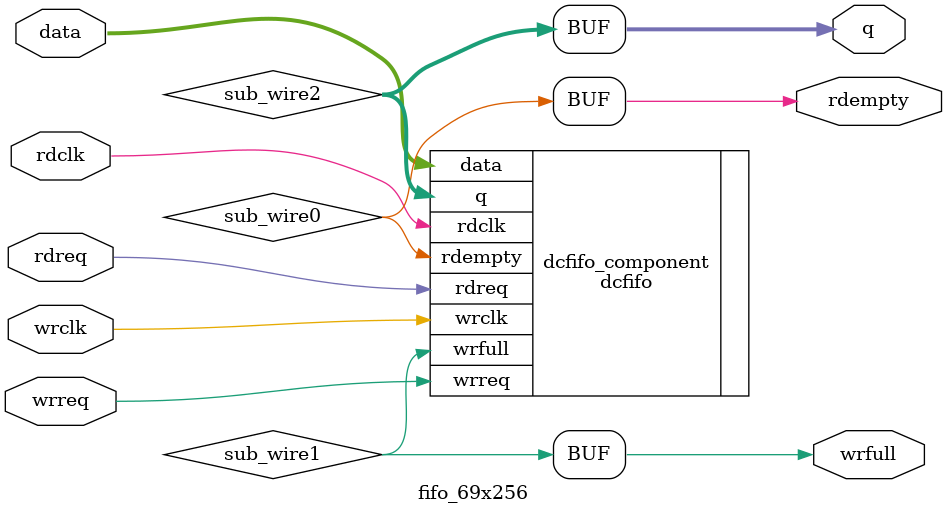
<source format=v>
module fifo_69x256 (
	data,
	rdclk,
	rdreq,
	wrclk,
	wrreq,
	q,
	rdempty,
	wrfull);
	input	[68:0]  data;
	input	  rdclk;
	input	  rdreq;
	input	  wrclk;
	input	  wrreq;
	output	[68:0]  q;
	output	  rdempty;
	output	  wrfull;
	wire  sub_wire0;
	wire  sub_wire1;
	wire [68:0] sub_wire2;
	wire  rdempty = sub_wire0;
	wire  wrfull = sub_wire1;
	wire [68:0] q = sub_wire2[68:0];
	dcfifo	dcfifo_component (
				.wrclk (wrclk),
				.rdreq (rdreq),
				.rdclk (rdclk),
				.wrreq (wrreq),
				.data (data),
				.rdempty (sub_wire0),
				.wrfull (sub_wire1),
				.q (sub_wire2)
				// synopsys translate_off
				,
				.aclr (),
				.rdfull (),
				.rdusedw (),
				.wrempty (),
				.wrusedw ()
				// synopsys translate_on
				);
	defparam
		dcfifo_component.intended_device_family = "Cyclone III",
		dcfifo_component.lpm_numwords = 256,
		dcfifo_component.lpm_showahead = "OFF",
		dcfifo_component.lpm_type = "dcfifo",
		dcfifo_component.lpm_width = 69,
		dcfifo_component.lpm_widthu = 8,
		dcfifo_component.overflow_checking = "OFF",
		dcfifo_component.rdsync_delaypipe = 4,
		dcfifo_component.underflow_checking = "OFF",
		dcfifo_component.use_eab = "ON",
		dcfifo_component.wrsync_delaypipe = 4;
endmodule
</source>
